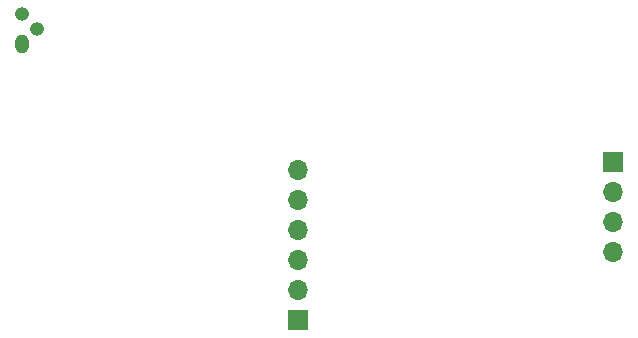
<source format=gbr>
%TF.GenerationSoftware,KiCad,Pcbnew,7.0.8*%
%TF.CreationDate,2025-06-05T10:18:12-04:00*%
%TF.ProjectId,happless,68617070-6c65-4737-932e-6b696361645f,rev?*%
%TF.SameCoordinates,Original*%
%TF.FileFunction,Soldermask,Bot*%
%TF.FilePolarity,Negative*%
%FSLAX46Y46*%
G04 Gerber Fmt 4.6, Leading zero omitted, Abs format (unit mm)*
G04 Created by KiCad (PCBNEW 7.0.8) date 2025-06-05 10:18:12*
%MOMM*%
%LPD*%
G01*
G04 APERTURE LIST*
%ADD10O,1.200000X1.600000*%
%ADD11O,1.200000X1.200000*%
%ADD12R,1.700000X1.700000*%
%ADD13O,1.700000X1.700000*%
G04 APERTURE END LIST*
D10*
%TO.C,Q1*%
X86817200Y-73761600D03*
D11*
X88087200Y-72491600D03*
X86817200Y-71221600D03*
%TD*%
D12*
%TO.C,J2*%
X110185200Y-97078800D03*
D13*
X110185200Y-94538800D03*
X110185200Y-91998800D03*
X110185200Y-89458800D03*
X110185200Y-86918800D03*
X110185200Y-84378800D03*
%TD*%
D12*
%TO.C,J1*%
X136804400Y-83718400D03*
D13*
X136804400Y-86258400D03*
X136804400Y-88798400D03*
X136804400Y-91338400D03*
%TD*%
M02*

</source>
